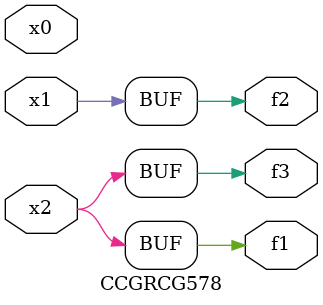
<source format=v>
module CCGRCG578(
	input x0, x1, x2,
	output f1, f2, f3
);
	assign f1 = x2;
	assign f2 = x1;
	assign f3 = x2;
endmodule

</source>
